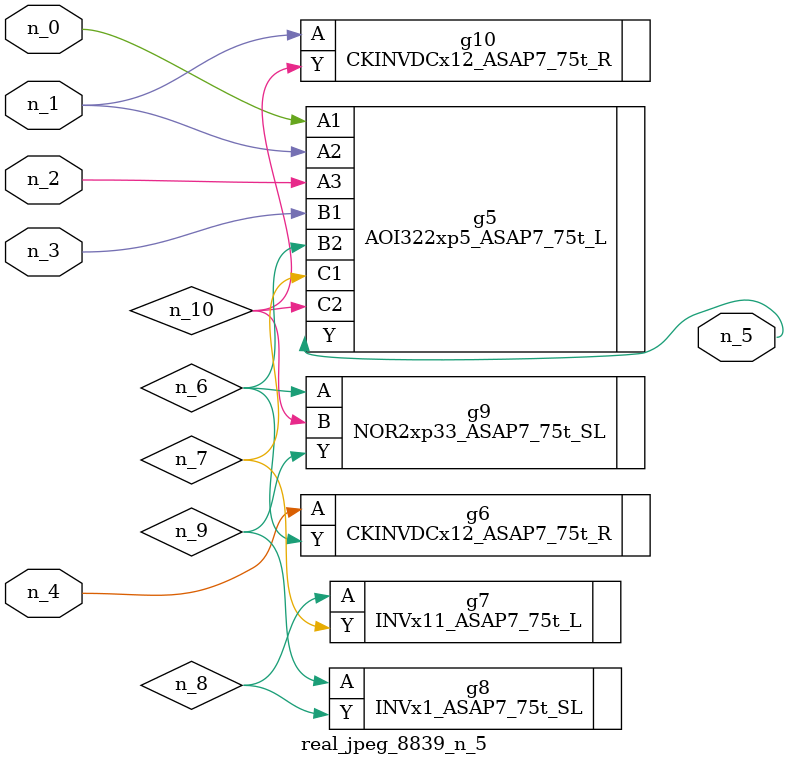
<source format=v>
module real_jpeg_8839_n_5 (n_4, n_0, n_1, n_2, n_3, n_5);

input n_4;
input n_0;
input n_1;
input n_2;
input n_3;

output n_5;

wire n_8;
wire n_6;
wire n_7;
wire n_10;
wire n_9;

AOI322xp5_ASAP7_75t_L g5 ( 
.A1(n_0),
.A2(n_1),
.A3(n_2),
.B1(n_3),
.B2(n_6),
.C1(n_7),
.C2(n_10),
.Y(n_5)
);

CKINVDCx12_ASAP7_75t_R g10 ( 
.A(n_1),
.Y(n_10)
);

CKINVDCx12_ASAP7_75t_R g6 ( 
.A(n_4),
.Y(n_6)
);

NOR2xp33_ASAP7_75t_SL g9 ( 
.A(n_6),
.B(n_10),
.Y(n_9)
);

INVx11_ASAP7_75t_L g7 ( 
.A(n_8),
.Y(n_7)
);

INVx1_ASAP7_75t_SL g8 ( 
.A(n_9),
.Y(n_8)
);


endmodule
</source>
